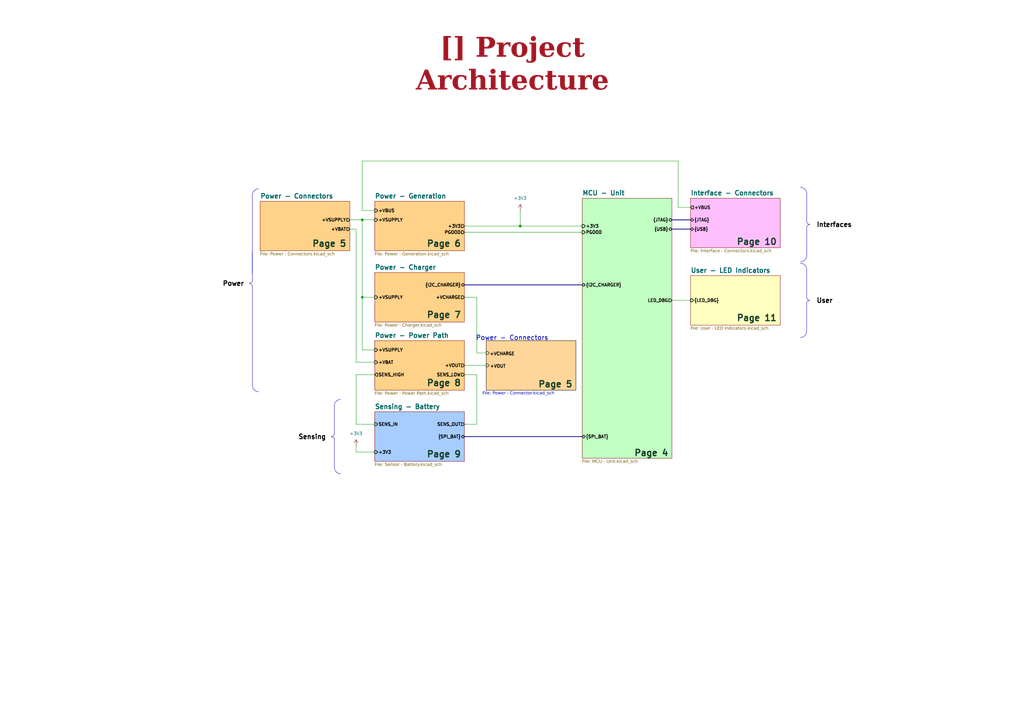
<source format=kicad_sch>
(kicad_sch (version 20231120) (generator "eeschema") (generator_version "8.0")
  (paper "A3")
  (title_block (title "Project Architecture") (date "Last Modified Date") (rev "${REVISION}") (company "${COMPANY}"))
  (lib_symbols
    (symbol "power:+3V3" (power) (pin_numbers hide) (pin_names (offset 0) hide)
      (property "Value" "+3V3" (at 0 3.556 0))
      (symbol "+3V3_0_1"
        (polyline (pts (xy -0.762 1.27) (xy 0 2.54)))
        (polyline (pts (xy 0 0) (xy 0 2.54)))
        (polyline (pts (xy 0 2.54) (xy 0.762 1.27)))
      )
      (symbol "+3V3_1_1"
        (pin power_in line (at 0 0 90) (length 0) (name "~") (number "1"))
      )
    )
  )
  (junction (at 148.59 121.92))
  (junction (at 213.36 92.71))
  (junction (at 148.59 90.17))
  (polyline (pts (xy 137.16 180.34) (xy 137.16 191.77)))
  (polyline (pts (xy 103.505 80.01) (xy 103.505 112.395)))
  (bus (pts (xy 190.5 179.07) (xy 238.76 179.07)))
  (polyline (pts (xy 199.39 145.415) (xy 200.025 145.415)) (stroke (width 0) (color 0 0 0 1)))
  (wire (pts (xy 148.59 121.92) (xy 153.67 121.92)))
  (wire (pts (xy 143.51 93.98) (xy 146.05 93.98)))
  (wire (pts (xy 146.05 148.59) (xy 153.67 148.59)))
  (wire (pts (xy 146.05 93.98) (xy 146.05 148.59)))
  (wire (pts (xy 275.59 123.19) (xy 283.21 123.19)))
  (polyline (pts (xy 330.86 90.785) (xy 330.86 79.355)))
  (bus (pts (xy 190.5 116.84) (xy 238.76 116.84)))
  (polyline (pts (xy 199.39 149.225) (xy 200.025 149.225)) (stroke (width 0) (color 0 0 0 1)))
  (polyline (pts (xy 199.39 144.145) (xy 199.39 145.415)) (stroke (width 0) (color 0 0 0 1)))
  (wire (pts (xy 148.59 90.17) (xy 148.59 121.92)))
  (wire (pts (xy 190.5 153.67) (xy 195.58 153.67)))
  (wire (pts (xy 148.59 66.04) (xy 278.13 66.04)))
  (wire (pts (xy 143.51 90.17) (xy 148.59 90.17)))
  (polyline (pts (xy 200.66 149.86) (xy 200.025 150.495)) (stroke (width 0) (color 0 0 0 1)))
  (wire (pts (xy 148.59 66.04) (xy 148.59 86.36)))
  (polyline (pts (xy 137.16 177.8) (xy 137.16 166.37)))
  (polyline (pts (xy 103.505 114.935) (xy 103.505 103.505)))
  (polyline (pts (xy 330.825 121.91) (xy 330.825 110.48)))
  (bus (pts (xy 275.59 90.17) (xy 283.21 90.17)))
  (wire (pts (xy 195.58 144.78) (xy 199.39 144.78)))
  (polyline (pts (xy 199.39 144.145) (xy 200.025 144.145)) (stroke (width 0) (color 0 0 0 1)))
  (wire (pts (xy 195.58 121.92) (xy 195.58 144.78)))
  (wire (pts (xy 146.05 173.99) (xy 153.67 173.99)))
  (wire (pts (xy 213.36 92.71) (xy 238.76 92.71)))
  (wire (pts (xy 195.58 153.67) (xy 195.58 173.99)))
  (wire (pts (xy 190.5 92.71) (xy 213.36 92.71)))
  (wire (pts (xy 278.13 66.04) (xy 278.13 85.09)))
  (polyline (pts (xy 103.505 117.475) (xy 103.505 158.115)))
  (wire (pts (xy 148.59 86.36) (xy 153.67 86.36)))
  (polyline (pts (xy 199.39 150.495) (xy 200.025 150.495)) (stroke (width 0) (color 0 0 0 1)))
  (polyline (pts (xy 199.39 149.225) (xy 199.39 150.495)) (stroke (width 0) (color 0 0 0 1)))
  (wire (pts (xy 146.05 153.67) (xy 146.05 173.99)))
  (polyline (pts (xy 200.025 149.225) (xy 200.66 149.86)) (stroke (width 0) (color 0 0 0 1)))
  (wire (pts (xy 148.59 90.17) (xy 153.67 90.17)))
  (wire (pts (xy 146.05 182.88) (xy 146.05 185.42)))
  (wire (pts (xy 146.05 153.67) (xy 153.67 153.67)))
  (polyline (pts (xy 330.86 93.325) (xy 330.86 104.755)))
  (polyline (pts (xy 200.025 144.145) (xy 200.66 144.78)) (stroke (width 0) (color 0 0 0 1)))
  (wire (pts (xy 146.05 185.42) (xy 153.67 185.42)))
  (wire (pts (xy 148.59 121.92) (xy 148.59 143.51)))
  (wire (pts (xy 190.5 95.25) (xy 238.76 95.25)))
  (wire (pts (xy 190.5 149.86) (xy 199.39 149.86)))
  (wire (pts (xy 148.59 143.51) (xy 153.67 143.51)))
  (polyline (pts (xy 330.825 124.45) (xy 330.825 135.88)))
  (polyline (pts (xy 200.66 144.78) (xy 200.025 145.415)) (stroke (width 0) (color 0 0 0 1)))
  (wire (pts (xy 190.5 121.92) (xy 195.58 121.92)))
  (wire (pts (xy 278.13 85.09) (xy 283.21 85.09)))
  (bus (pts (xy 275.59 93.98) (xy 283.21 93.98)))
  (wire (pts (xy 213.36 86.36) (xy 213.36 92.71)))
  (wire (pts (xy 190.5 173.99) (xy 195.58 173.99)))
  (arc (start 330.825 124.45) (mid 331.1996 123.5531) (end 332.095 123.18))
  (arc (start 106.045 160.655) (mid 104.2562 159.9038) (end 103.505 158.115))
  (arc (start 330.86 93.325) (mid 331.2331 92.4267) (end 332.13 92.055))
  (arc (start 332.095 123.18) (mid 331.2031 122.8034) (end 330.825 121.91))
  (arc (start 330.86 104.755) (mid 330.1143 106.5478) (end 328.32 107.295))
  (arc (start 332.13 92.055) (mid 331.2395 91.677) (end 330.86 90.785))
  (arc (start 328.32 76.815) (mid 330.1056 77.5679) (end 330.86 79.355))
  (rectangle (start 199.39 139.7) (end 236.22 160.02) (stroke (width 0) (color 0 0 0 1)) (fill (type color) (color 255 153 0 0.4)))
  (arc (start 135.89 179.07) (mid 136.7851 179.4449) (end 137.16 180.34))
  (arc (start 137.16 166.37) (mid 137.9039 164.5739) (end 139.7 163.83))
  (arc (start 139.7 194.31) (mid 137.9098 193.5602) (end 137.16 191.77))
  (arc (start 137.16 177.8) (mid 136.7851 178.6951) (end 135.89 179.07))
  (arc (start 102.235 116.205) (mid 103.1287 116.5813) (end 103.505 117.475))
  (arc (start 330.825 135.88) (mid 330.0808 137.6743) (end 328.285 138.42))
  (arc (start 328.285 107.94) (mid 330.0721 108.6915) (end 330.825 110.48))
  (arc (start 103.505 114.935) (mid 103.1287 115.8287) (end 102.235 116.205))
  (arc (start 103.505 80.01) (mid 104.2492 78.2157) (end 106.045 77.47))
  (text_box "Interfaces" (at 333.41 89.525 0) (size 26.015 5.1) (stroke (width -0.0001)) (effects (font (size 1.905 1.905) (thickness 0.381) (bold yes)) (justify left top)))
  (text_box "[${#}] ${TITLE}" (at 144.78 20.32 0) (size 130.81 12.7) (stroke (width -0.0001)) (effects (font (size 8 8) (thickness 1.2) (bold yes))))
  (text_box "Power" (at 84.455 113.665 0) (size 17.145 5.08) (stroke (width -0.0001)) (effects (font (size 1.905 1.905) (thickness 0.381) (bold yes)) (justify right top)))
  (text_box "Sensing" (at 118.11 176.53 0) (size 17.145 5.08) (stroke (width -0.0001)) (effects (font (size 1.905 1.905) (thickness 0.381) (bold yes)) (justify right top)))
  (text_box "User" (at 333.375 120.65 0) (size 26.015 5.1) (stroke (width -0.0001)) (effects (font (size 1.905 1.905) (thickness 0.381) (bold yes)) (justify left top)))
  (text "Page 5" (at 234.95 159.258 0) (effects (font (size 2.54 2.54) (bold yes)) (justify right bottom)))
  (text "+VCHARGE" (at 205.994 145.288 0) (effects (font (size 1.27 1.27) (thickness 0.254) (bold yes))))
  (text "Page 11" (at 318.77 132.08 0) (effects (font (size 2.54 2.54) (bold yes)) (justify right bottom)))
  (text "Page 10" (at 318.77 100.838 0) (effects (font (size 2.54 2.54) (bold yes)) (justify right bottom)))
  (text "Page 8" (at 189.23 158.75 0) (effects (font (size 2.54 2.54) (bold yes)) (justify right bottom)))
  (text "Page 6" (at 189.23 101.6 0) (effects (font (size 2.54 2.54) (bold yes)) (justify right bottom)))
  (text "Page 7" (at 189.23 130.81 0) (effects (font (size 2.54 2.54) (bold yes)) (justify right bottom)))
  (text "File: Power - Connector.kicad_sch" (at 212.598 161.798 0) (effects (font (size 1.27 1.27) (thickness 0.1588))))
  (text "Page 9" (at 189.23 187.96 0) (effects (font (size 2.54 2.54) (bold yes)) (justify right bottom)))
  (text "Page 4" (at 274.32 187.452 0) (effects (font (size 2.54 2.54) (bold yes)) (justify right bottom)))
  (text "Power - Connectors" (at 210.058 138.684 0) (effects (font (size 1.905 1.905) (thickness 0.254) (bold yes))))
  (text "+VOUT" (at 204.216 150.368 0) (effects (font (size 1.27 1.27) (thickness 0.254) (bold yes))))
  (text "Page 5" (at 142.24 101.6 0) (effects (font (size 2.54 2.54) (bold yes)) (justify right bottom)))
  (symbol (lib_id "power:+3V3") (at 146.05 182.88 0) (unit 1)
    (property "Reference" "#PWR0302" (effects (hide yes)))
    (property "Value" "+3V3" (at 146.05 177.8 0))
    (property "Description" "Power symbol creates a global label with name \"+3V3\"" (effects (hide yes)))
  )
  (symbol (lib_id "power:+3V3") (at 213.36 86.36 0) (unit 1)
    (property "Reference" "#PWR0301" (effects (hide yes)))
    (property "Value" "+3V3" (at 213.36 81.28 0))
    (property "Description" "Power symbol creates a global label with name \"+3V3\"" (effects (hide yes)))
  )
  (sheet (at 153.67 139.7) (size 36.83 20.32) (stroke (width 0.1524)) (fill (color 255 180 61 0.6000))
    (property "Sheetname" "Power - Power Path" (at 153.67 138.6709 0) (effects (font (size 1.905 1.905) (bold yes)) (justify left bottom)))
    (property "Sheetfile" "Power - Power Path.kicad_sch" (at 153.67 160.6046 0) (effects (justify left top)))
    (pin "+VBAT" input (at 153.67 148.59 180) (effects (font (thickness 0.254) (bold yes))))
    (pin "+VOUT" output (at 190.5 149.86 0) (effects (font (thickness 0.254) (bold yes))))
    (pin "SENS_HIGH" output (at 153.67 153.67 180) (effects (font (thickness 0.254) (bold yes))))
    (pin "SENS_LOW" output (at 190.5 153.67 0) (effects (font (thickness 0.254) (bold yes))))
    (pin "+VSUPPLY" input (at 153.67 143.51 180) (effects (font (thickness 0.254) (bold yes))))
  )
  (sheet (at 106.68 82.55) (size 36.83 20.32) (stroke (width 0.1524)) (fill (color 255 180 61 0.6000))
    (property "Sheetname" "Power - Connectors" (at 106.68 81.5209 0) (effects (font (size 1.905 1.905) (bold yes)) (justify left bottom)))
    (property "Sheetfile" "Power - Connectors.kicad_sch" (at 106.68 103.4546 0) (effects (justify left top)))
    (pin "+VBAT" output (at 143.51 93.98 0) (effects (font (thickness 0.254) (bold yes))))
    (pin "+VSUPPLY" output (at 143.51 90.17 0) (effects (font (thickness 0.254) (bold yes))))
  )
  (sheet (at 153.67 82.55) (size 36.83 20.32) (stroke (width 0.1524)) (fill (color 255 180 61 0.6000))
    (property "Sheetname" "Power - Generation" (at 153.67 81.5209 0) (effects (font (size 1.905 1.905) (bold yes)) (justify left bottom)))
    (property "Sheetfile" "Power - Generation.kicad_sch" (at 153.67 103.4546 0) (effects (justify left top)))
    (pin "+3V3" output (at 190.5 92.71 0) (effects (font (thickness 0.254) (bold yes))))
    (pin "+VBUS" input (at 153.67 86.36 180) (effects (font (thickness 0.254) (bold yes))))
    (pin "PGOOD" output (at 190.5 95.25 0) (effects (font (thickness 0.254) (bold yes))))
    (pin "+VSUPPLY" input (at 153.67 90.17 180) (effects (font (thickness 0.254) (bold yes))))
  )
  (sheet (at 153.67 111.76) (size 36.83 20.32) (stroke (width 0.1524)) (fill (color 255 180 61 0.6000))
    (property "Sheetname" "Power - Charger" (at 153.67 110.7309 0) (effects (font (size 1.905 1.905) (bold yes)) (justify left bottom)))
    (property "Sheetfile" "Power - Charger.kicad_sch" (at 153.67 132.6646 0) (effects (justify left top)))
    (pin "+VCHARGE" output (at 190.5 121.92 0) (effects (font (thickness 0.254) (bold yes))))
    (pin "{I2C_CHARGER}" bidirectional (at 190.5 116.84 0) (effects (font (thickness 0.254) (bold yes))))
    (pin "+VSUPPLY" input (at 153.67 121.92 180) (effects (font (thickness 0.254) (bold yes))))
  )
  (sheet (at 283.21 113.03) (size 36.83 20.32) (stroke (width 0.1524)) (fill (color 255 255 0 0.2500))
    (property "Sheetname" "User - LED Indicators" (at 283.21 112.0009 0) (effects (font (size 1.905 1.905) (bold yes)) (justify left bottom)))
    (property "Sheetfile" "User - LED Indicators.kicad_sch" (at 283.21 133.9346 0) (effects (justify left top)))
    (pin "{LED_DBG}" input (at 283.21 123.19 180) (effects (font (thickness 0.254) (bold yes))))
  )
  (sheet (at 153.67 168.91) (size 36.83 20.32) (stroke (width 0.1524)) (fill (color 109 172 255 0.6000))
    (property "Sheetname" "Sensing - Battery" (at 153.67 167.8809 0) (effects (font (size 1.905 1.905) (bold yes)) (justify left bottom)))
    (property "Sheetfile" "Sensor - Battery.kicad_sch" (at 153.67 189.8146 0) (effects (justify left top)))
    (pin "+3V3" input (at 153.67 185.42 180) (effects (font (thickness 0.254) (bold yes))))
    (pin "{SPI_BAT}" bidirectional (at 190.5 179.07 0) (effects (font (thickness 0.254) (bold yes))))
    (pin "SENS_IN" input (at 153.67 173.99 180) (effects (font (thickness 0.254) (bold yes))))
    (pin "SENS_OUT" output (at 190.5 173.99 0) (effects (font (thickness 0.254) (bold yes))))
  )
  (sheet (at 283.21 81.28) (size 36.83 20.32) (stroke (width 0.1524)) (fill (color 255 0 255 0.2500))
    (property "Sheetname" "Interface - Connectors" (at 283.21 80.2509 0) (effects (font (size 1.905 1.905) (bold yes)) (justify left bottom)))
    (property "Sheetfile" "Interface - Connectors.kicad_sch" (at 283.21 102.1846 0) (effects (justify left top)))
    (pin "{JTAG}" bidirectional (at 283.21 90.17 180) (effects (font (thickness 0.254) (bold yes))))
    (pin "{USB}" bidirectional (at 283.21 93.98 180) (effects (font (thickness 0.254) (bold yes))))
    (pin "+VBUS" output (at 283.21 85.09 180) (effects (font (thickness 0.254) (bold yes))))
  )
  (sheet (at 238.76 81.28) (size 36.83 106.68) (stroke (width 0.1524)) (fill (color 132 255 134 0.5020))
    (property "Sheetname" "MCU - Unit" (at 238.76 80.2509 0) (effects (font (size 1.905 1.905) (bold yes)) (justify left bottom)))
    (property "Sheetfile" "MCU - Unit.kicad_sch" (at 238.76 188.5446 0) (effects (justify left top)))
    (pin "{JTAG}" bidirectional (at 275.59 90.17 0) (effects (font (thickness 0.254) (bold yes))))
    (pin "+3V3" input (at 238.76 92.71 180) (effects (font (thickness 0.254) (bold yes))))
    (pin "{SPI_BAT}" bidirectional (at 238.76 179.07 180) (effects (font (thickness 0.254) (bold yes))))
    (pin "{I2C_CHARGER}" bidirectional (at 238.76 116.84 180) (effects (font (thickness 0.254) (bold yes))))
    (pin "PGOOD" input (at 238.76 95.25 180) (effects (font (thickness 0.254) (bold yes))))
    (pin "LED_DBG" output (at 275.59 123.19 0) (effects (font (thickness 0.254) (bold yes))))
    (pin "{USB}" bidirectional (at 275.59 93.98 0) (effects (font (thickness 0.254) (bold yes))))
  )
)
</source>
